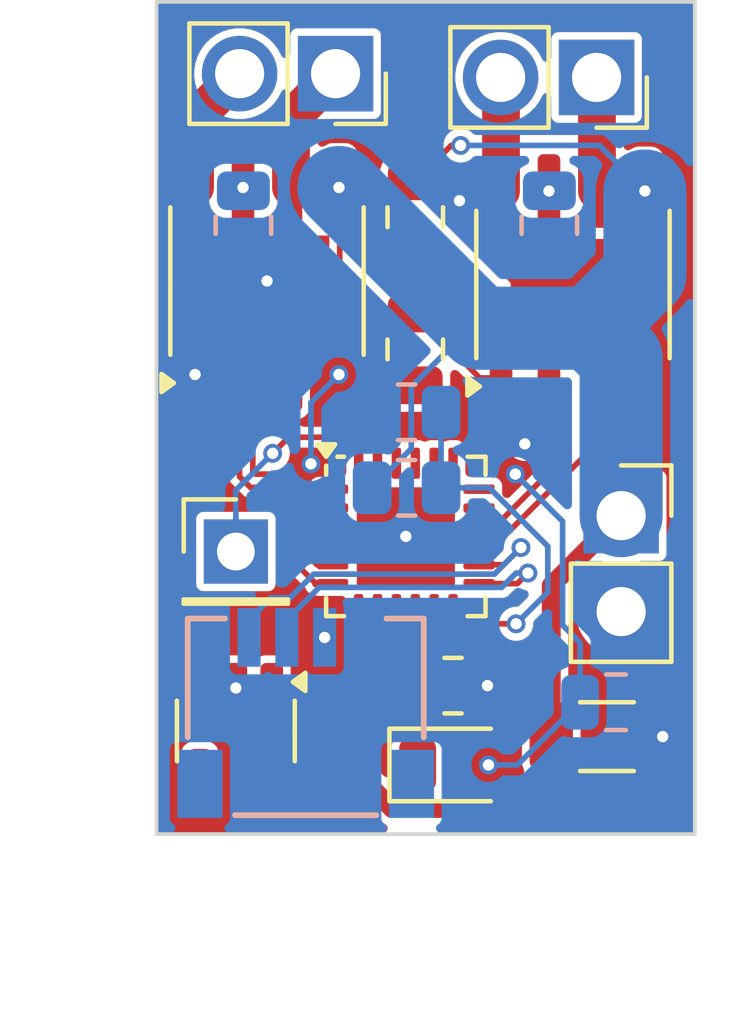
<source format=kicad_pcb>
(kicad_pcb (version 20241229) (generator "pcbnew") (generator_version "9.0")
  (title_block (title "SDMD r5") (date "1") (rev "5") (company "Reprogram Robotics"))
  (layers (0 "F.Cu" signal) (2 "B.Cu" signal) (13 "F.Paste" user) (15 "B.Paste" user) (5 "F.SilkS" user "F.Silkscreen") (7 "B.SilkS" user "B.Silkscreen") (1 "F.Mask" user) (3 "B.Mask" user) (25 "Edge.Cuts" user))
  (net 0 "")
  (net 1 "GND")
  (net 2 "+BATT")
  (net 3 "+5V")
  (net 4 "/RX")
  (net 5 "/TX")
  (net 6 "Net-(J3-Pin_1)")
  (net 7 "Net-(J3-Pin_2)")
  (net 8 "Net-(J4-Pin_1)")
  (net 9 "Net-(J4-Pin_2)")
  (net 10 "/UPDI")
  (net 11 "Net-(D1-K)")
  (net 12 "Net-(U3-LSS)")
  (net 13 "Net-(U4-LSS)")
  (net 14 "Net-(U1-PA5)")
  (net 15 "Net-(U1-PB4)")
  (net 24 "Net-(U1-PA4)")
  (net 28 "Net-(U1-PB0)")
  (net 32 "Net-(U1-PB1)")
  (footprint "LED_SMD:LED_0805_2012Metric" (layer "F.Cu") (at 148.83 112.436)
    (property "Reference" "D1" (hide yes))
    (property "Value" "LED")
    (fp_line (start -1.685 -0.96) (end -1.685 0.96) (stroke (width 0.12)) (layer "F.SilkS"))
    (fp_line (start -1.685 0.96) (end 1 0.96) (stroke (width 0.12)) (layer "F.SilkS"))
    (fp_line (start 1 -0.96) (end -1.685 -0.96) (stroke (width 0.12)) (layer "F.SilkS"))
    (pad "1" smd roundrect (at -0.9375 0) (size 0.975 1.4) (layers "F.Cu" "F.Mask" "F.Paste") (net 11 "Net-(D1-K)"))
    (pad "2" smd roundrect (at 0.9375 0) (size 0.975 1.4) (layers "F.Cu" "F.Mask" "F.Paste") (net 3 "+5V"))
  )
  (footprint "Connector_PinSocket_2.54mm:PinSocket_1x02_P2.54mm_Vertical" (layer "F.Cu") (at 153.28 105.836)
    (property "Reference" "J1" (hide yes))
    (property "Value" "Power")
    (fp_line (start -1.33 1.27) (end -1.33 3.87) (stroke (width 0.12)) (layer "F.SilkS"))
    (fp_line (start -1.33 1.27) (end 1.33 1.27) (stroke (width 0.12)) (layer "F.SilkS"))
    (fp_line (start -1.33 3.87) (end 1.33 3.87) (stroke (width 0.12)) (layer "F.SilkS"))
    (fp_line (start 0 -1.33) (end 1.33 -1.33) (stroke (width 0.12)) (layer "F.SilkS"))
    (fp_line (start 1.33 -1.33) (end 1.33 0) (stroke (width 0.12)) (layer "F.SilkS"))
    (fp_line (start 1.33 1.27) (end 1.33 3.87) (stroke (width 0.12)) (layer "F.SilkS"))
    (pad "1" thru_hole rect (at 0 0) (size 2 2) (drill 1.3) (layers "*.Cu" "*.Mask") (net 2 "+BATT"))
    (pad "2" thru_hole circle (at 0 2.54) (size 2 2) (drill 1.3) (layers "*.Cu" "*.Mask") (net 1 "GND"))
  )
  (footprint "Capacitor_SMD:C_0805_2012Metric" (layer "F.Cu") (at 147.83 97.936 -90)
    (property "Reference" "C2" (hide yes))
    (property "Value" "0.1uF")
    (fp_line (start -0.261252 0.735) (end 0.261252 0.735) (stroke (width 0.12)) (layer "F.SilkS"))
    (fp_line (start -0.261252 -0.735) (end 0.261252 -0.735) (stroke (width 0.12)) (layer "F.SilkS"))
    (pad "1" smd roundrect (at -0.95 0 270) (size 1 1.45) (layers "F.Cu" "F.Mask" "F.Paste") (net 2 "+BATT"))
    (pad "2" smd roundrect (at 0.95 0 270) (size 1 1.45) (layers "F.Cu" "F.Mask" "F.Paste") (net 1 "GND"))
  )
  (footprint "Resistor_SMD:R_0805_2012Metric" (layer "F.Cu") (at 148.83 110.336 180)
    (property "Reference" "R1" (hide yes))
    (property "Value" "R")
    (fp_line (start -0.227064 0.735) (end 0.227064 0.735) (stroke (width 0.12)) (layer "F.SilkS"))
    (fp_line (start -0.227064 -0.735) (end 0.227064 -0.735) (stroke (width 0.12)) (layer "F.SilkS"))
    (pad "1" smd roundrect (at -0.9125 0 180) (size 1.025 1.4) (layers "F.Cu" "F.Mask" "F.Paste") (roundrect_rratio 0.243902) (net 1 "GND"))
    (pad "2" smd roundrect (at 0.9125 0 180) (size 1.025 1.4) (layers "F.Cu" "F.Mask" "F.Paste") (roundrect_rratio 0.243902) (net 11 "Net-(D1-K)"))
  )
  (footprint "Capacitor_SMD:C_1206_3216Metric" (layer "F.Cu") (at 152.905 111.686)
    (property "Reference" "C1" (hide yes))
    (property "Value" "100uF")
    (fp_line (start -0.711252 -0.91) (end 0.711252 -0.91) (stroke (width 0.12)) (layer "F.SilkS"))
    (fp_line (start -0.711252 0.91) (end 0.711252 0.91) (stroke (width 0.12)) (layer "F.SilkS"))
    (pad "1" smd roundrect (at -1.475 0) (size 1.15 1.8) (layers "F.Cu" "F.Mask" "F.Paste") (roundrect_rratio 0.217391) (net 2 "+BATT"))
    (pad "2" smd roundrect (at 1.475 0) (size 1.15 1.8) (layers "F.Cu" "F.Mask" "F.Paste") (roundrect_rratio 0.217391) (net 1 "GND"))
  )
  (footprint "Capacitor_SMD:C_0805_2012Metric" (layer "F.Cu") (at 147.83 101.436 90)
    (property "Reference" "C3" (hide yes))
    (property "Value" "0.1uF")
    (fp_line (start -0.261252 -0.735) (end 0.261252 -0.735) (stroke (width 0.12)) (layer "F.SilkS"))
    (fp_line (start -0.261252 0.735) (end 0.261252 0.735) (stroke (width 0.12)) (layer "F.SilkS"))
    (pad "1" smd roundrect (at -0.95 0 90) (size 1 1.45) (layers "F.Cu" "F.Mask" "F.Paste") (net 2 "+BATT"))
    (pad "2" smd roundrect (at 0.95 0 90) (size 1 1.45) (layers "F.Cu" "F.Mask" "F.Paste") (net 1 "GND"))
  )
  (footprint "Connector_PinSocket_2.54mm:PinSocket_1x02_P2.54mm_Vertical" (layer "F.Cu") (at 145.72 94.136 -90)
    (property "Reference" "J3" (hide yes))
    (property "Value" "M1")
    (fp_line (start -1.33 3.87) (end 1.33 3.87) (stroke (width 0.12)) (layer "F.SilkS"))
    (fp_line (start -1.33 1.27) (end -1.33 3.87) (stroke (width 0.12)) (layer "F.SilkS"))
    (fp_line (start -1.33 1.27) (end 1.33 1.27) (stroke (width 0.12)) (layer "F.SilkS"))
    (fp_line (start 1.33 1.27) (end 1.33 3.87) (stroke (width 0.12)) (layer "F.SilkS"))
    (fp_line (start 0 -1.33) (end 1.33 -1.33) (stroke (width 0.12)) (layer "F.SilkS"))
    (fp_line (start 1.33 -1.33) (end 1.33 0) (stroke (width 0.12)) (layer "F.SilkS"))
    (pad "1" thru_hole rect (at 0 0 270) (size 2 2) (drill 1.3) (layers "*.Cu" "*.Mask") (net 6 "Net-(J3-Pin_1)"))
    (pad "2" thru_hole circle (at 0 2.54 270) (size 2 2) (drill 1.3) (layers "*.Cu" "*.Mask") (net 7 "Net-(J3-Pin_2)"))
  )
  (footprint "Package_SO:SOIC-8-1EP_3.9x4.9mm_P1.27mm_EP2.41x3.3mm" (layer "F.Cu") (at 152.005 99.717 90)
    (property "Reference" "U4" (hide yes))
    (property "Value" "A4950E")
    (fp_line (start 0 -2.56) (end 1.95 -2.56) (stroke (width 0.12)) (layer "F.SilkS"))
    (fp_line (start 0 -2.56) (end -1.95 -2.56) (stroke (width 0.12)) (layer "F.SilkS"))
    (fp_line (start 0 2.56) (end 1.95 2.56) (stroke (width 0.12)) (layer "F.SilkS"))
    (fp_line (start 0 2.56) (end -1.95 2.56) (stroke (width 0.12)) (layer "F.SilkS"))
    (fp_poly (pts (xy -2.7 -2.465) (xy -2.94 -2.795) (xy -2.46 -2.795)) (stroke (width 0.12)) (fill yes) (layer "F.SilkS"))
    (pad "1" smd roundrect (at -2.475 -1.905 90) (size 1.95 0.6) (layers "F.Cu" "F.Mask" "F.Paste") (net 1 "GND"))
    (pad "2" smd roundrect (at -2.475 -0.635 90) (size 1.95 0.6) (layers "F.Cu" "F.Mask" "F.Paste") (net 28 "Net-(U1-PB0)"))
    (pad "3" smd roundrect (at -2.475 0.635 90) (size 1.95 0.6) (layers "F.Cu" "F.Mask" "F.Paste") (net 32 "Net-(U1-PB1)"))
    (pad "4" smd roundrect (at -2.475 1.905 90) (size 1.95 0.6) (layers "F.Cu" "F.Mask" "F.Paste") (net 3 "+5V"))
    (pad "5" smd roundrect (at 2.475 1.905 90) (size 1.95 0.6) (layers "F.Cu" "F.Mask" "F.Paste") (net 2 "+BATT"))
    (pad "6" smd roundrect (at 2.475 0.635 90) (size 1.95 0.6) (layers "F.Cu" "F.Mask" "F.Paste") (net 8 "Net-(J4-Pin_1)"))
    (pad "7" smd roundrect (at 2.475 -0.635 90) (size 1.95 0.6) (layers "F.Cu" "F.Mask" "F.Paste") (net 13 "Net-(U4-LSS)"))
    (pad "8" smd roundrect (at 2.475 -1.905 90) (size 1.95 0.6) (layers "F.Cu" "F.Mask" "F.Paste") (net 9 "Net-(J4-Pin_2)"))
    (pad "9" smd rect (at 0 0 90) (size 2.41 3.3) (property pad_prop_heatsink) (layers "F.Cu" "F.Mask") (net 1 "GND"))
  )
  (footprint "Connector_PinSocket_2.54mm:PinSocket_1x02_P2.54mm_Vertical" (layer "F.Cu") (at 152.63 94.236 -90)
    (property "Reference" "J4" (hide yes))
    (property "Value" "M2")
    (fp_line (start -1.33 3.87) (end 1.33 3.87) (stroke (width 0.12)) (layer "F.SilkS"))
    (fp_line (start -1.33 1.27) (end -1.33 3.87) (stroke (width 0.12)) (layer "F.SilkS"))
    (fp_line (start -1.33 1.27) (end 1.33 1.27) (stroke (width 0.12)) (layer "F.SilkS"))
    (fp_line (start 1.33 1.27) (end 1.33 3.87) (stroke (width 0.12)) (layer "F.SilkS"))
    (fp_line (start 0 -1.33) (end 1.33 -1.33) (stroke (width 0.12)) (layer "F.SilkS"))
    (fp_line (start 1.33 -1.33) (end 1.33 0) (stroke (width 0.12)) (layer "F.SilkS"))
    (pad "1" thru_hole rect (at 0 0 270) (size 2 2) (drill 1.3) (layers "*.Cu" "*.Mask") (net 8 "Net-(J4-Pin_1)"))
    (pad "2" thru_hole circle (at 0 2.54 270) (size 2 2) (drill 1.3) (layers "*.Cu" "*.Mask") (net 9 "Net-(J4-Pin_2)"))
  )
  (footprint "Package_DFN_QFN:QFN-24-1EP_4x4mm_P0.5mm_EP2.6x2.6mm" (layer "F.Cu") (at 147.58 106.386)
    (property "Reference" "U1" (hide yes))
    (property "Value" "ATtiny3217-M")
    (fp_line (start -2.11 -1.635) (end -2.11 -1.87) (stroke (width 0.12)) (layer "F.SilkS"))
    (fp_line (start -2.11 2.11) (end -2.11 1.635) (stroke (width 0.12)) (layer "F.SilkS"))
    (fp_line (start -1.635 -2.11) (end -1.81 -2.11) (stroke (width 0.12)) (layer "F.SilkS"))
    (fp_line (start -1.635 2.11) (end -2.11 2.11) (stroke (width 0.12)) (layer "F.SilkS"))
    (fp_line (start 1.635 -2.11) (end 2.11 -2.11) (stroke (width 0.12)) (layer "F.SilkS"))
    (fp_line (start 1.635 2.11) (end 2.11 2.11) (stroke (width 0.12)) (layer "F.SilkS"))
    (fp_line (start 2.11 -2.11) (end 2.11 -1.635) (stroke (width 0.12)) (layer "F.SilkS"))
    (fp_line (start 2.11 2.11) (end 2.11 1.635) (stroke (width 0.12)) (layer "F.SilkS"))
    (fp_poly (pts (xy -2.11 -2.11) (xy -2.35 -2.44) (xy -1.87 -2.44)) (stroke (width 0.12)) (fill yes) (layer "F.SilkS"))
    (pad "1" smd roundrect (at -1.9375 -1.25) (size 0.825 0.25) (layers "F.Cu" "F.Mask" "F.Paste"))
    (pad "2" smd roundrect (at -1.9375 -0.75) (size 0.825 0.25) (layers "F.Cu" "F.Mask" "F.Paste"))
    (pad "3" smd roundrect (at -1.9375 -0.25) (size 0.825 0.25) (layers "F.Cu" "F.Mask" "F.Paste") (net 1 "GND"))
    (pad "4" smd roundrect (at -1.9375 0.25) (size 0.825 0.25) (layers "F.Cu" "F.Mask" "F.Paste") (net 3 "+5V"))
    (pad "5" smd roundrect (at -1.9375 0.75) (size 0.825 0.25) (layers "F.Cu" "F.Mask" "F.Paste") (net 24 "Net-(U1-PA4)"))
    (pad "6" smd roundrect (at -1.9375 1.25) (size 0.825 0.25) (layers "F.Cu" "F.Mask" "F.Paste") (net 14 "Net-(U1-PA5)"))
    (pad "7" smd roundrect (at -1.25 1.9375) (size 0.25 0.825) (layers "F.Cu" "F.Mask" "F.Paste"))
    (pad "8" smd roundrect (at -0.75 1.9375) (size 0.25 0.825) (layers "F.Cu" "F.Mask" "F.Paste"))
    (pad "9" smd roundrect (at -0.25 1.9375) (size 0.25 0.825) (layers "F.Cu" "F.Mask" "F.Paste"))
    (pad "10" smd roundrect (at 0.25 1.9375) (size 0.25 0.825) (layers "F.Cu" "F.Mask" "F.Paste"))
    (pad "11" smd roundrect (at 0.75 1.9375) (size 0.25 0.825) (layers "F.Cu" "F.Mask" "F.Paste"))
    (pad "12" smd roundrect (at 1.25 1.9375) (size 0.25 0.825) (layers "F.Cu" "F.Mask" "F.Paste") (net 15 "Net-(U1-PB4)"))
    (pad "13" smd roundrect (at 1.9375 1.25) (size 0.825 0.25) (layers "F.Cu" "F.Mask" "F.Paste") (net 4 "/RX"))
    (pad "14" smd roundrect (at 1.9375 0.75) (size 0.825 0.25) (layers "F.Cu" "F.Mask" "F.Paste") (net 5 "/TX"))
    (pad "15" smd roundrect (at 1.9375 0.25) (size 0.825 0.25) (layers "F.Cu" "F.Mask" "F.Paste") (net 32 "Net-(U1-PB1)"))
    (pad "16" smd roundrect (at 1.9375 -0.25) (size 0.825 0.25) (layers "F.Cu" "F.Mask" "F.Paste") (net 28 "Net-(U1-PB0)"))
    (pad "17" smd roundrect (at 1.9375 -0.75) (size 0.825 0.25) (layers "F.Cu" "F.Mask" "F.Paste"))
    (pad "18" smd roundrect (at 1.9375 -1.25) (size 0.825 0.25) (layers "F.Cu" "F.Mask" "F.Paste"))
    (pad "19" smd roundrect (at 1.25 -1.9375) (size 0.25 0.825) (layers "F.Cu" "F.Mask" "F.Paste"))
    (pad "20" smd roundrect (at 0.75 -1.9375) (size 0.25 0.825) (layers "F.Cu" "F.Mask" "F.Paste"))
    (pad "21" smd roundrect (at 0.25 -1.9375) (size 0.25 0.825) (layers "F.Cu" "F.Mask" "F.Paste"))
    (pad "22" smd roundrect (at -0.25 -1.9375) (size 0.25 0.825) (layers "F.Cu" "F.Mask" "F.Paste"))
    (pad "23" smd roundrect (at -0.75 -1.9375) (size 0.25 0.825) (layers "F.Cu" "F.Mask" "F.Paste") (net 10 "/UPDI"))
    (pad "24" smd roundrect (at -1.25 -1.9375) (size 0.25 0.825) (layers "F.Cu" "F.Mask" "F.Paste"))
    (pad "25" smd rect (at 0 0) (size 2.6 2.6) (property pad_prop_heatsink) (layers "F.Cu" "F.Mask") (net 1 "GND"))
  )
  (footprint "Package_SO:SOIC-8-1EP_3.9x4.9mm_P1.27mm_EP2.41x3.3mm" (layer "F.Cu") (at 143.905 99.625 90)
    (property "Reference" "U3" (hide yes))
    (property "Value" "A4950E")
    (fp_line (start 0 -2.56) (end 1.95 -2.56) (stroke (width 0.12)) (layer "F.SilkS"))
    (fp_line (start 0 -2.56) (end -1.95 -2.56) (stroke (width 0.12)) (layer "F.SilkS"))
    (fp_line (start 0 2.56) (end 1.95 2.56) (stroke (width 0.12)) (layer "F.SilkS"))
    (fp_line (start 0 2.56) (end -1.95 2.56) (stroke (width 0.12)) (layer "F.SilkS"))
    (fp_poly (pts (xy -2.7 -2.465) (xy -2.94 -2.795) (xy -2.46 -2.795)) (stroke (width 0.12)) (fill yes) (layer "F.SilkS"))
    (pad "1" smd roundrect (at -2.475 -1.905 90) (size 1.95 0.6) (layers "F.Cu" "F.Mask" "F.Paste") (net 1 "GND"))
    (pad "2" smd roundrect (at -2.475 -0.635 90) (size 1.95 0.6) (layers "F.Cu" "F.Mask" "F.Paste") (net 14 "Net-(U1-PA5)"))
    (pad "3" smd roundrect (at -2.475 0.635 90) (size 1.95 0.6) (layers "F.Cu" "F.Mask" "F.Paste") (net 24 "Net-(U1-PA4)"))
    (pad "4" smd roundrect (at -2.475 1.905 90) (size 1.95 0.6) (layers "F.Cu" "F.Mask" "F.Paste") (net 3 "+5V"))
    (pad "5" smd roundrect (at 2.475 1.905 90) (size 1.95 0.6) (layers "F.Cu" "F.Mask" "F.Paste") (net 2 "+BATT"))
    (pad "6" smd roundrect (at 2.475 0.635 90) (size 1.95 0.6) (layers "F.Cu" "F.Mask" "F.Paste") (net 6 "Net-(J3-Pin_1)"))
    (pad "7" smd roundrect (at 2.475 -0.635 90) (size 1.95 0.6) (layers "F.Cu" "F.Mask" "F.Paste") (net 12 "Net-(U3-LSS)"))
    (pad "8" smd roundrect (at 2.475 -1.905 90) (size 1.95 0.6) (layers "F.Cu" "F.Mask" "F.Paste") (net 7 "Net-(J3-Pin_2)"))
    (pad "9" smd rect (at 0 0 90) (size 2.41 3.3) (property pad_prop_heatsink) (layers "F.Cu" "F.Mask") (net 1 "GND"))
  )
  (footprint "Package_TO_SOT_SMD:SOT-23-5" (layer "F.Cu") (at 143.08 111.536 -90)
    (property "Reference" "U2" (hide yes))
    (property "Value" "SPX3819M5-L-5-0")
    (fp_line (start 0 1.56) (end -0.8 1.56) (stroke (width 0.12)) (layer "F.SilkS"))
    (fp_line (start 0 1.56) (end 0.8 1.56) (stroke (width 0.12)) (layer "F.SilkS"))
    (fp_line (start 0 -1.56) (end -0.8 -1.56) (stroke (width 0.12)) (layer "F.SilkS"))
    (fp_line (start 0 -1.56) (end 0.8 -1.56) (stroke (width 0.12)) (layer "F.SilkS"))
    (fp_poly (pts (xy -1.3 -1.51) (xy -1.54 -1.84) (xy -1.06 -1.84)) (stroke (width 0.12)) (fill yes) (layer "F.SilkS"))
    (pad "1" smd roundrect (at -1.1375 -0.95 270) (size 1.325 0.6) (layers "F.Cu" "F.Mask" "F.Paste") (net 2 "+BATT"))
    (pad "2" smd roundrect (at -1.1375 0 270) (size 1.325 0.6) (layers "F.Cu" "F.Mask" "F.Paste") (net 1 "GND"))
    (pad "3" smd roundrect (at -1.1375 0.95 270) (size 1.325 0.6) (layers "F.Cu" "F.Mask" "F.Paste") (net 3 "+5V"))
    (pad "4" smd roundrect (at 1.1375 0.95 270) (size 1.325 0.6) (layers "F.Cu" "F.Mask" "F.Paste"))
    (pad "5" smd roundrect (at 1.1375 -0.95 270) (size 1.325 0.6) (layers "F.Cu" "F.Mask" "F.Paste") (net 3 "+5V"))
  )
  (footprint "Connector_PinHeader_2.54mm:PinHeader_1x01_P2.54mm_Vertical" (layer "F.Cu") (at 143.08 106.786)
    (property "Reference" "J2" (hide yes))
    (property "Value" "Conn_01x01_Pin")
    (fp_line (start -1.38 -1.38) (end 0 -1.38) (stroke (width 0.12)) (layer "F.SilkS"))
    (fp_line (start -1.38 0) (end -1.38 -1.38) (stroke (width 0.12)) (layer "F.SilkS"))
    (fp_line (start -1.38 1.27) (end -1.38 1.38) (stroke (width 0.12)) (layer "F.SilkS"))
    (fp_line (start -1.38 1.27) (end 1.38 1.27) (stroke (width 0.12)) (layer "F.SilkS"))
    (fp_line (start -1.38 1.38) (end 1.38 1.38) (stroke (width 0.12)) (layer "F.SilkS"))
    (fp_line (start 1.38 1.27) (end 1.38 1.38) (stroke (width 0.12)) (layer "F.SilkS"))
    (pad "1" thru_hole rect (at 0 0) (size 1.7 1.7) (drill 1) (layers "*.Cu" "*.Mask") (net 10 "/UPDI"))
  )
  (footprint "Resistor_SMD:R_0805_2012Metric" (layer "B.Cu") (at 147.6 103.1 180)
    (property "Reference" "R5" (hide yes))
    (property "Value" "3k")
    (fp_line (start -0.227064 0.735) (end 0.227064 0.735) (stroke (width 0.12)) (layer "B.SilkS"))
    (fp_line (start -0.227064 -0.735) (end 0.227064 -0.735) (stroke (width 0.12)) (layer "B.SilkS"))
    (pad "1" smd roundrect (at -0.9125 0 180) (size 1.025 1.4) (layers "B.Cu" "B.Mask" "B.Paste") (roundrect_rratio 0.243902) (net 15 "Net-(U1-PB4)"))
    (pad "2" smd roundrect (at 0.9125 0 180) (size 1.025 1.4) (layers "B.Cu" "B.Mask" "B.Paste") (roundrect_rratio 0.243902) (net 1 "GND"))
  )
  (footprint "Resistor_SMD:R_0805_2012Metric" (layer "B.Cu") (at 151.38 98.1485 90)
    (property "Reference" "R3" (hide yes))
    (property "Value" "0.2")
    (fp_line (start -0.227064 -0.735) (end 0.227064 -0.735) (stroke (width 0.12)) (layer "B.SilkS"))
    (fp_line (start -0.227064 0.735) (end 0.227064 0.735) (stroke (width 0.12)) (layer "B.SilkS"))
    (pad "1" smd roundrect (at -0.9125 0 90) (size 1.025 1.4) (layers "B.Cu" "B.Mask" "B.Paste") (roundrect_rratio 0.243902) (net 1 "GND"))
    (pad "2" smd roundrect (at 0.9125 0 90) (size 1.025 1.4) (layers "B.Cu" "B.Mask" "B.Paste") (roundrect_rratio 0.243902) (net 13 "Net-(U4-LSS)"))
  )
  (footprint "Resistor_SMD:R_0805_2012Metric" (layer "B.Cu") (at 147.6 105.1)
    (property "Reference" "R4" (hide yes))
    (property "Value" "10k")
    (fp_line (start -0.227064 -0.735) (end 0.227064 -0.735) (stroke (width 0.12)) (layer "B.SilkS"))
    (fp_line (start -0.227064 0.735) (end 0.227064 0.735) (stroke (width 0.12)) (layer "B.SilkS"))
    (pad "1" smd roundrect (at -0.9125 0) (size 1.025 1.4) (layers "B.Cu" "B.Mask" "B.Paste") (roundrect_rratio 0.243902) (net 2 "+BATT"))
    (pad "2" smd roundrect (at 0.9125 0) (size 1.025 1.4) (layers "B.Cu" "B.Mask" "B.Paste") (roundrect_rratio 0.243902) (net 15 "Net-(U1-PB4)"))
  )
  (footprint "User:CONN_PRT-14417_SPK" (layer "B.Cu") (at 144.930001 111.162499 180)
    (property "Reference" "J5" (hide yes))
    (property "Value" "PRT-14417")
    (fp_line (start 3.1242 2.6035) (end 2.13754 2.6035) (stroke (width 0.1524)) (layer "B.SilkS"))
    (fp_line (start 3.1242 -0.539061) (end 3.1242 2.6035) (stroke (width 0.1524)) (layer "B.SilkS"))
    (fp_line (start -1.870359 -2.6035) (end 1.870359 -2.6035) (stroke (width 0.1524)) (layer "B.SilkS"))
    (fp_line (start -2.13754 2.6035) (end -3.1242 2.6035) (stroke (width 0.1524)) (layer "B.SilkS"))
    (fp_line (start -3.1242 2.6035) (end -3.1242 -0.539061) (stroke (width 0.1524)) (layer "B.SilkS"))
    (pad "1" smd rect (at -1.5 2.1015 180) (size 0.6096 1.5494) (layers "B.Cu" "B.Mask" "B.Paste") (net 1 "GND"))
    (pad "2" smd rect (at -0.499999 2.1015 180) (size 0.6096 1.5494) (layers "B.Cu" "B.Mask" "B.Paste") (net 3 "+5V"))
    (pad "3" smd rect (at 0.499999 2.1015 180) (size 0.6096 1.5494) (layers "B.Cu" "B.Mask" "B.Paste") (net 4 "/RX"))
    (pad "4" smd rect (at 1.5 2.1015 180) (size 0.6096 1.5494) (layers "B.Cu" "B.Mask" "B.Paste") (net 5 "/TX"))
    (pad "5" smd rect (at -2.799999 -1.773501 180) (size 1.1938 1.8034) (layers "B.Cu" "B.Mask" "B.Paste"))
    (pad "6" smd rect (at 2.799999 -1.773501 180) (size 1.1938 1.8034) (layers "B.Cu" "B.Mask" "B.Paste"))
  )
  (footprint "Capacitor_SMD:C_0805_2012Metric" (layer "B.Cu") (at 153.143748 110.776)
    (property "Reference" "C4" (hide yes))
    (property "Value" "0.1uF")
    (fp_line (start -0.261252 -0.735) (end 0.261252 -0.735) (stroke (width 0.12)) (layer "B.SilkS"))
    (fp_line (start -0.261252 0.735) (end 0.261252 0.735) (stroke (width 0.12)) (layer "B.SilkS"))
    (pad "1" smd roundrect (at -0.95 0) (size 1 1.45) (layers "B.Cu" "B.Mask" "B.Paste") (net 3 "+5V"))
    (pad "2" smd roundrect (at 0.95 0) (size 1 1.45) (layers "B.Cu" "B.Mask" "B.Paste") (net 1 "GND"))
  )
  (footprint "Resistor_SMD:R_0805_2012Metric" (layer "B.Cu") (at 143.28 98.1485 90)
    (property "Reference" "R2" (hide yes))
    (property "Value" "0.2")
    (fp_line (start -0.227064 -0.735) (end 0.227064 -0.735) (stroke (width 0.12)) (layer "B.SilkS"))
    (fp_line (start -0.227064 0.735) (end 0.227064 0.735) (stroke (width 0.12)) (layer "B.SilkS"))
    (pad "1" smd roundrect (at -0.9125 0 90) (size 1.025 1.4) (layers "B.Cu" "B.Mask" "B.Paste") (roundrect_rratio 0.243902) (net 1 "GND"))
    (pad "2" smd roundrect (at 0.9125 0 90) (size 1.025 1.4) (layers "B.Cu" "B.Mask" "B.Paste") (roundrect_rratio 0.243902) (net 12 "Net-(U3-LSS)"))
  )
  (gr_rect (start 140.98 92.236) (end 155.23 114.2664) (stroke (width 0.1)) (fill no) (layer "Edge.Cuts"))
  (segment (start 150.73 103.936) (end 150.1 103.306) (width 0.5) (layer "F.Cu") (net 1))
  (segment (start 150.1 103.306) (end 150.1 102.192) (width 0.5) (layer "F.Cu") (net 1))
  (segment (start 150.7459 99.717) (end 149 97.9711) (width 0.5) (layer "F.Cu") (net 1))
  (segment (start 145.6425 106.136) (end 147.33 106.136) (width 0.3) (layer "F.Cu") (net 1))
  (segment (start 150.1 101.166) (end 150.1 102.192) (width 0.5) (layer "F.Cu") (net 1))
  (segment (start 151.549 99.717) (end 150.1 101.166) (width 0.5) (layer "F.Cu") (net 1))
  (segment (start 149 97.9711) (end 149 97.5) (width 0.5) (layer "F.Cu") (net 1))
  (segment (start 151.549 99.717) (end 150.7459 99.717) (width 0.5) (layer "F.Cu") (net 1))
  (segment (start 149.536 102.192) (end 150.1 102.192) (width 0.15) (layer "F.Cu") (net 1))
  (segment (start 147.83 98.886) (end 147.83 100.486) (width 0.15) (layer "F.Cu") (net 1))
  (segment (start 147.33 106.136) (end 147.58 106.386) (width 0.3) (layer "F.Cu") (net 1))
  (segment (start 152.005 99.717) (end 151.549 99.717) (width 0.8) (layer "F.Cu") (net 1))
  (segment (start 147.83 100.486) (end 149.536 102.192) (width 0.15) (layer "F.Cu") (net 1))
  (via (at 154.38 111.686) (size 0.5) (drill 0.3) (layers "F.Cu" "B.Cu") (net 1))
  (via (at 143.08 110.3985) (size 0.5) (drill 0.3) (layers "F.Cu" "B.Cu") (net 1))
  (via (at 149 97.5) (size 0.5) (drill 0.3) (layers "F.Cu" "B.Cu") (net 1))
  (via (at 150.73 103.936) (size 0.5) (drill 0.3) (layers "F.Cu" "B.Cu") (net 1))
  (via (at 147.58 106.386) (size 0.5) (drill 0.3) (layers "F.Cu" "B.Cu") (net 1))
  (via (at 149.7425 110.336) (size 0.5) (drill 0.3) (layers "F.Cu" "B.Cu") (net 1))
  (via (at 142 102.1) (size 0.5) (drill 0.3) (layers "F.Cu" "B.Cu") (net 1))
  (via (at 143.905 99.625) (size 0.6) (drill 0.3) (layers "F.Cu" "B.Cu") (net 1))
  (segment (start 146.430001 109.060999) (end 148.467499 109.060999) (width 0.5) (layer "B.Cu") (net 1))
  (segment (start 148.467499 109.060999) (end 149.7425 110.336) (width 0.5) (layer "B.Cu") (net 1))
  (segment (start 151.43 112.586) (end 150.429 113.587) (width 0.5) (layer "F.Cu") (net 2))
  (segment (start 147.83 102.386) (end 145.831 100.387) (width 0.15) (layer "F.Cu") (net 2))
  (segment (start 150.429 113.587) (end 147.2185 113.587) (width 0.5) (layer "F.Cu") (net 2))
  (segment (start 145.831 100.387) (end 145.831 97.171) (width 0.15) (layer "F.Cu") (net 2))
  (segment (start 147.666 97.15) (end 147.83 96.986) (width 0.15) (layer "F.Cu") (net 2))
  (segment (start 147.83 96.986) (end 148.78 96.036) (width 0.15) (layer "F.Cu") (net 2))
  (segment (start 151.43 107.686) (end 153.28 105.836) (width 0.5) (layer "F.Cu") (net 2))
  (segment (start 151.43 111.686) (end 151.43 107.686) (width 0.5) (layer "F.Cu") (net 2))
  (segment (start 145.81 97.15) (end 147.666 97.15) (width 0.15) (layer "F.Cu") (net 2))
  (segment (start 145.831 97.171) (end 145.81 97.15) (width 0.15) (layer "F.Cu") (net 2))
  (segment (start 151.43 111.686) (end 151.43 112.586) (width 0.5) (layer "F.Cu") (net 2))
  (segment (start 148.78 96.036) (end 149.03 96.036) (width 0.15) (layer "F.Cu") (net 2))
  (segment (start 147.2185 113.587) (end 144.03 110.3985) (width 0.5) (layer "F.Cu") (net 2))
  (via (at 145.81 97.15) (size 0.5) (drill 0.3) (layers "F.Cu" "B.Cu") (net 2))
  (via (at 149.03 96.036) (size 0.5) (drill 0.3) (layers "F.Cu" "B.Cu") (net 2))
  (via (at 153.91 97.242) (size 0.5) (drill 0.3) (layers "F.Cu" "B.Cu") (net 2))
  (segment (start 149.5345 100.8745) (end 145.81 97.15) (width 2.2) (layer "B.Cu") (net 2))
  (segment (start 153.91 97.242) (end 153.91 99.443872) (width 2.2) (layer "B.Cu") (net 2))
  (segment (start 152.479372 100.8745) (end 149.5345 100.8745) (width 2.2) (layer "B.Cu") (net 2))
  (segment (start 153.91 99.443872) (end 152.479372 100.8745) (width 2.2) (layer "B.Cu") (net 2))
  (segment (start 146.6875 105.1) (end 147.724 104.0635) (width 0.15) (layer "B.Cu") (net 2))
  (segment (start 153.28 101.675128) (end 152.479372 100.8745) (width 2.2) (layer "B.Cu") (net 2))
  (segment (start 149.03 96.036) (end 152.704 96.036) (width 0.15) (layer "B.Cu") (net 2))
  (segment (start 147.724 104.0635) (end 147.724 102.425196) (width 0.15) (layer "B.Cu") (net 2))
  (segment (start 152.704 96.036) (end 153.91 97.242) (width 0.15) (layer "B.Cu") (net 2))
  (segment (start 153.28 105.836) (end 153.28 101.675128) (width 2.2) (layer "B.Cu") (net 2))
  (segment (start 147.724 102.425196) (end 149.303924 100.845272) (width 0.15) (layer "B.Cu") (net 2))
  (segment (start 149.303924 100.845272) (end 149.477799 100.845272) (width 0.15) (layer "B.Cu") (net 2))
  (segment (start 147.47 103.76) (end 149.504 103.76) (width 0.15) (layer "F.Cu") (net 3))
  (segment (start 145.230001 106.636) (end 144.954 106.359999) (width 0.15) (layer "F.Cu") (net 3))
  (segment (start 149.504 103.76) (end 150.48 104.736) (width 0.15) (layer "F.Cu") (net 3))
  (segment (start 145.81 102.1) (end 147.47 103.76) (width 0.15) (layer "F.Cu") (net 3))
  (segment (start 145.6425 106.636) (end 145.230001 106.636) (width 0.15) (layer "F.Cu") (net 3))
  (segment (start 144.954 106.359999) (end 144.954 104.579205) (width 0.15) (layer "F.Cu") (net 3))
  (segment (start 144.954 104.579205) (end 145.0675 104.465705) (width 0.15) (layer "F.Cu") (net 3))
  (via (at 145.81 102.1) (size 0.5) (drill 0.3) (layers "F.Cu" "B.Cu") (net 3))
  (via (at 145.43 109.060999) (size 0.5) (drill 0.3) (layers "F.Cu" "B.Cu") (net 3))
  (via (at 145.0675 104.465705) (size 0.5) (drill 0.3) (layers "F.Cu" "B.Cu") (net 3))
  (via (at 149.7675 112.436) (size 0.5) (drill 0.3) (layers "F.Cu" "B.Cu") (net 3))
  (via (at 150.48 104.736) (size 0.5) (drill 0.3) (layers "F.Cu" "B.Cu") (net 3))
  (segment (start 152.193748 110.776) (end 150.533748 112.436) (width 0.15) (layer "B.Cu") (net 3))
  (segment (start 145.0675 102.8425) (end 145.81 102.1) (width 0.15) (layer "B.Cu") (net 3))
  (segment (start 145.0675 104.465705) (end 145.0675 102.8425) (width 0.15) (layer "B.Cu") (net 3))
  (segment (start 151.73 105.986) (end 150.48 104.736) (width 0.15) (layer "B.Cu") (net 3))
  (segment (start 151.73 108.736) (end 152.193748 109.199748) (width 0.15) (layer "B.Cu") (net 3))
  (segment (start 150.533748 112.436) (end 149.7675 112.436) (width 0.15) (layer "B.Cu") (net 3))
  (segment (start 152.193748 109.199748) (end 152.193748 110.776) (width 0.15) (layer "B.Cu") (net 3))
  (segment (start 151.73 108.736) (end 151.73 105.986) (width 0.15) (layer "B.Cu") (net 3))
  (segment (start 150.532449 107.636) (end 150.812917 107.355532) (width 0.15) (layer "F.Cu") (net 4))
  (segment (start 149.5175 107.636) (end 150.532449 107.636) (width 0.15) (layer "F.Cu") (net 4))
  (via (at 150.812917 107.355532) (size 0.5) (drill 0.3) (layers "F.Cu" "B.Cu") (net 4))
  (segment (start 150.119064 107.736) (end 150.499532 107.355532) (width 0.15) (layer "B.Cu") (net 4))
  (segment (start 144.430002 109.060999) (end 144.430002 108.591099) (width 0.15) (layer "B.Cu") (net 4))
  (segment (start 145.285101 107.736) (end 150.119064 107.736) (width 0.15) (layer "B.Cu") (net 4))
  (segment (start 150.499532 107.355532) (end 150.812917 107.355532) (width 0.15) (layer "B.Cu") (net 4))
  (segment (start 144.430002 108.591099) (end 145.285101 107.736) (width 0.15) (layer "B.Cu") (net 4))
  (segment (start 150.172463 107.136) (end 149.5175 107.136) (width 0.15) (layer "F.Cu") (net 5))
  (segment (start 150.628089 106.680374) (end 150.172463 107.136) (width 0.15) (layer "F.Cu") (net 5))
  (via (at 150.628089 106.680374) (size 0.5) (drill 0.3) (layers "F.Cu" "B.Cu") (net 5))
  (segment (start 143.430001 108.591099) (end 143.430001 109.060999) (width 0.15) (layer "B.Cu") (net 5))
  (segment (start 144.514414 108.010299) (end 144.010801 108.010299) (width 0.15) (layer "B.Cu") (net 5))
  (segment (start 150.628089 106.680374) (end 149.923463 107.385) (width 0.15) (layer "B.Cu") (net 5))
  (segment (start 149.923463 107.385) (end 145.139712 107.385) (width 0.15) (layer "B.Cu") (net 5))
  (segment (start 145.139712 107.385) (end 144.514414 108.010299) (width 0.15) (layer "B.Cu") (net 5))
  (segment (start 144.010801 108.010299) (end 143.430001 108.591099) (width 0.15) (layer "B.Cu") (net 5))
  (segment (start 144.54 97.15) (end 144.54 95.316) (width 1) (layer "F.Cu") (net 6))
  (segment (start 144.54 95.316) (end 145.72 94.136) (width 1) (layer "F.Cu") (net 6))
  (segment (start 142 95.316) (end 143.18 94.136) (width 1) (layer "F.Cu") (net 7))
  (segment (start 142 97.15) (end 142 95.316) (width 1) (layer "F.Cu") (net 7))
  (segment (start 152.64 97.242) (end 152.64 94.246) (width 1) (layer "F.Cu") (net 8))
  (segment (start 152.64 94.246) (end 152.63 94.236) (width 1) (layer "F.Cu") (net 8))
  (segment (start 152.536 94.228) (end 152.6 94.164) (width 1.4) (layer "F.Cu") (net 8))
  (segment (start 150.1 94.246) (end 150.09 94.236) (width 1) (layer "F.Cu") (net 9))
  (segment (start 149.996 94.228) (end 150.06 94.164) (width 1.4) (layer "F.Cu") (net 9))
  (segment (start 150.1 97.242) (end 150.1 94.246) (width 1) (layer "F.Cu") (net 9))
  (segment (start 146.83 104.4485) (end 146.83 104.055556) (width 0.15) (layer "F.Cu") (net 10))
  (segment (start 144.481 103.76) (end 144.055 104.186) (width 0.15) (layer "F.Cu") (net 10))
  (segment (start 146.83 104.055556) (end 146.534444 103.76) (width 0.15) (layer "F.Cu") (net 10))
  (segment (start 146.534444 103.76) (end 144.481 103.76) (width 0.15) (layer "F.Cu") (net 10))
  (via (at 144.055 104.186) (size 0.5) (drill 0.3) (layers "F.Cu" "B.Cu") (net 10))
  (segment (start 143.08 105.161) (end 143.08 106.786) (width 0.15) (layer "B.Cu") (net 10))
  (segment (start 144.055 104.186) (end 143.08 105.161) (width 0.15) (layer "B.Cu") (net 10))
  (segment (start 147.9175 110.336) (end 147.9175 112.411) (width 0.15) (layer "F.Cu") (net 11))
  (segment (start 147.9175 112.411) (end 147.8925 112.436) (width 0.15) (layer "F.Cu") (net 11))
  (via (at 143.27 97.15) (size 0.5) (drill 0.3) (layers "F.Cu" "B.Cu") (net 12))
  (via (at 151.37 97.242) (size 0.5) (drill 0.3) (layers "F.Cu" "B.Cu") (net 13))
  (segment (start 143.178 104.801998) (end 143.178 103.688) (width 0.15) (layer "F.Cu") (net 14))
  (segment (start 144.23 105.267744) (end 144.050256 105.088) (width 0.15) (layer "F.Cu") (net 14))
  (segment (start 143.464002 105.088) (end 143.178 104.801998) (width 0.15) (layer "F.Cu") (net 14))
  (segment (start 143.27 103.596) (end 143.27 102.1) (width 0.15) (layer "F.Cu") (net 14))
  (segment (start 144.23 106.667743) (end 144.23 105.267744) (width 0.15) (layer "F.Cu") (net 14))
  (segment (start 143.178 103.688) (end 143.27 103.596) (width 0.15) (layer "F.Cu") (net 14))
  (segment (start 145.6425 107.636) (end 145.198257 107.636) (width 0.2) (layer "F.Cu") (net 14))
  (segment (start 145.198257 107.636) (end 144.23 106.667743) (width 0.15) (layer "F.Cu") (net 14))
  (segment (start 144.050256 105.088) (end 143.464002 105.088) (width 0.15) (layer "F.Cu") (net 14))
  (segment (start 150.5 108.7) (end 149.2065 108.7) (width 0.15) (layer "F.Cu") (net 15))
  (segment (start 149.2065 108.7) (end 148.83 108.3235) (width 0.15) (layer "F.Cu") (net 15))
  (via (at 150.5 108.7) (size 0.5) (drill 0.3) (layers "F.Cu" "B.Cu") (net 15))
  (segment (start 151.338917 107.861083) (end 150.5 108.7) (width 0.15) (layer "B.Cu") (net 15))
  (segment (start 149.791592 105.1) (end 151.338917 106.647325) (width 0.15) (layer "B.Cu") (net 15))
  (segment (start 148.5125 103.1) (end 148.5125 105.1) (width 0.15) (layer "B.Cu") (net 15))
  (segment (start 148.5125 105.1) (end 149.791592 105.1) (width 0.15) (layer "B.Cu") (net 15))
  (segment (start 151.338917 106.647325) (end 151.338917 107.861083) (width 0.15) (layer "B.Cu") (net 15))
  (segment (start 144.54 102.957123) (end 144.54 102.1) (width 0.15) (layer "F.Cu") (net 24))
  (segment (start 145.230001 107.136) (end 144.581 106.486999) (width 0.15) (layer "F.Cu") (net 24))
  (segment (start 144.581 106.486999) (end 144.581 105.122355) (width 0.15) (layer "F.Cu") (net 24))
  (segment (start 143.529 103.968123) (end 144.54 102.957123) (width 0.15) (layer "F.Cu") (net 24))
  (segment (start 144.581 105.122355) (end 144.195644 104.737) (width 0.15) (layer "F.Cu") (net 24))
  (segment (start 145.6425 107.136) (end 145.230001 107.136) (width 0.15) (layer "F.Cu") (net 24))
  (segment (start 144.195644 104.737) (end 143.60939 104.737) (width 0.15) (layer "F.Cu") (net 24))
  (segment (start 143.529 104.65661) (end 143.529 103.968123) (width 0.15) (layer "F.Cu") (net 24))
  (segment (start 143.60939 104.737) (end 143.529 104.65661) (width 0.15) (layer "F.Cu") (net 24))
  (segment (start 149.5175 106.136) (end 149.929999 106.136) (width 0.15) (layer "F.Cu") (net 28))
  (segment (start 149.929999 106.136) (end 151.37 104.695999) (width 0.15) (layer "F.Cu") (net 28))
  (segment (start 151.37 104.695999) (end 151.37 102.192) (width 0.15) (layer "F.Cu") (net 28))
  (segment (start 149.929999 106.636) (end 152.64 103.925999) (width 0.15) (layer "F.Cu") (net 32))
  (segment (start 152.64 103.925999) (end 152.64 102.192) (width 0.15) (layer "F.Cu") (net 32))
  (segment (start 149.5175 106.636) (end 149.929999 106.636) (width 0.15) (layer "F.Cu") (net 32))
  (zone (net 3) (net_name "+5V") (layer "F.Cu") (priority 1) (connect_pads yes (clearance 0.2)) (min_thickness 0.25) (fill yes (thermal_gap 0.5) (thermal_bridge_width 0.5))
    (polygon (pts (xy 140.98 114.236) (xy 155.23 114.236) (xy 155.23 92.236) (xy 140.98 92.236)))
  )
  (zone (net 1) (net_name "GND") (layer "B.Cu") (connect_pads yes (clearance 0.2)) (min_thickness 0.25) (fill yes (thermal_gap 0.5) (thermal_bridge_width 0.5))
    (polygon (pts (xy 140.98 114.236) (xy 155.23 114.236) (xy 155.23 92.236) (xy 140.98 92.236)))
  )
)
</source>
